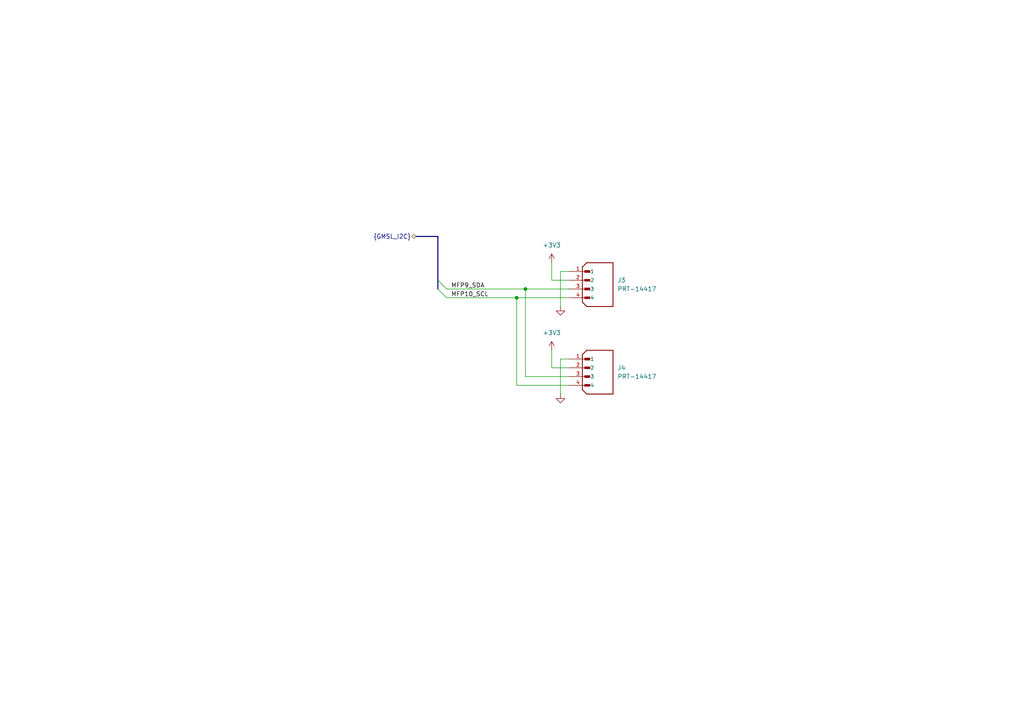
<source format=kicad_sch>
(kicad_sch (version 20231120) (generator "eeschema") (generator_version "8.0")
  (paper "A4")
  (lib_symbols
    (symbol "power:+3.3V" (power) (pin_numbers hide) (pin_names (offset 0) hide)
      (property "Value" "+3.3V" (at 0 3.556 0))
      (symbol "+3.3V_0_1"
        (polyline (pts (xy -0.762 1.27) (xy 0 2.54)))
        (polyline (pts (xy 0 0) (xy 0 2.54)))
        (polyline (pts (xy 0 2.54) (xy 0.762 1.27)))
      )
      (symbol "+3.3V_1_1"
        (pin power_in line (at 0 0 90) (length 0) (name "~") (number "1"))
      )
    )
    (symbol "power:GND" (power) (pin_numbers hide) (pin_names (offset 0) hide)
      (property "Value" "GND" (at 0 -3.81 0))
      (symbol "GND_0_1"
        (polyline (pts (xy 0 0) (xy 0 -1.27) (xy 1.27 -1.27) (xy 0 -2.54) (xy -1.27 -1.27) (xy 0 -1.27)))
      )
      (symbol "GND_1_1"
        (pin power_in line (at 0 0 270) (length 0) (name "~") (number "1"))
      )
    )
    (symbol "user:PRT-14417" (pin_names (offset 1.016))
      (property "Reference" "J" (at -2.54 8.382 0))
      (property "Value" "PRT-14417" (at -2.54 -7.62 0))
      (symbol "PRT-14417_0_0"
        (rectangle (start -3.175 -2.8575) (end -1.5875 -2.2225) (stroke (width 0.1)) (fill (type outline)))
        (rectangle (start -3.175 -0.3175) (end -1.5875 0.3175) (stroke (width 0.1)) (fill (type outline)))
        (rectangle (start -3.175 2.2225) (end -1.5875 2.8575) (stroke (width 0.1)) (fill (type outline)))
        (rectangle (start -3.175 4.7625) (end -1.5875 5.3975) (stroke (width 0.1)) (fill (type outline)))
        (polyline (pts (xy -3.81 -3.81) (xy -2.54 -5.08)) (stroke (width 0.254)))
        (polyline (pts (xy -3.81 6.35) (xy -3.81 -3.81)) (stroke (width 0.254)))
        (polyline (pts (xy -3.81 6.35) (xy -2.54 7.62)) (stroke (width 0.254)))
        (polyline (pts (xy -2.54 -5.08) (xy 5.08 -5.08)) (stroke (width 0.254)))
        (polyline (pts (xy 5.08 -5.08) (xy 5.08 7.62)) (stroke (width 0.254)))
        (polyline (pts (xy 5.08 7.62) (xy -2.54 7.62)) (stroke (width 0.254)))
        (pin passive line (at -7.62 5.08 0) (length 5.08) (name "1") (number "1"))
        (pin passive line (at -7.62 2.54 0) (length 5.08) (name "2") (number "2"))
        (pin passive line (at -7.62 0 0) (length 5.08) (name "3") (number "3"))
        (pin passive line (at -7.62 -2.54 0) (length 5.08) (name "4") (number "4"))
      )
    )
  )
  (junction (at 152.4 83.82))
  (junction (at 149.86 86.36))
  (bus_entry (at 127 83.82) (size 2.54 2.54))
  (bus_entry (at 127 81.28) (size 2.54 2.54))
  (wire (pts (xy 152.4 109.22) (xy 152.4 83.82)))
  (wire (pts (xy 129.54 86.36) (xy 149.86 86.36)))
  (wire (pts (xy 162.56 78.74) (xy 162.56 88.9)))
  (wire (pts (xy 160.02 101.6) (xy 160.02 106.68)))
  (wire (pts (xy 152.4 83.82) (xy 165.1 83.82)))
  (wire (pts (xy 165.1 81.28) (xy 160.02 81.28)))
  (wire (pts (xy 160.02 106.68) (xy 165.1 106.68)))
  (wire (pts (xy 162.56 104.14) (xy 162.56 114.3)))
  (wire (pts (xy 165.1 111.76) (xy 149.86 111.76)))
  (bus (pts (xy 120.65 68.58) (xy 127 68.58)))
  (wire (pts (xy 165.1 104.14) (xy 162.56 104.14)))
  (bus (pts (xy 127 81.28) (xy 127 83.82)))
  (wire (pts (xy 149.86 111.76) (xy 149.86 86.36)))
  (wire (pts (xy 129.54 83.82) (xy 152.4 83.82)))
  (wire (pts (xy 165.1 78.74) (xy 162.56 78.74)))
  (bus (pts (xy 127 68.58) (xy 127 81.28)))
  (wire (pts (xy 165.1 109.22) (xy 152.4 109.22)))
  (wire (pts (xy 149.86 86.36) (xy 165.1 86.36)))
  (wire (pts (xy 160.02 81.28) (xy 160.02 76.2)))
  (label "MFP9_SDA" (at 130.81 83.82 0))
  (label "MFP10_SCL" (at 130.81 86.36 0))
  (hierarchical_label "{GMSL_I2C}" (shape bidirectional) (at 120.65 68.58 180))
  (symbol (lib_id "power:+3.3V") (at 160.02 76.2 0) (unit 1)
    (property "Reference" "#PWR048" (effects (hide yes)))
    (property "Value" "+3V3" (at 160.02 71.12 0))
    (property "Description" "Power symbol creates a global label with name \"+3.3V\"" (effects (hide yes)))
  )
  (symbol (lib_id "power:+3.3V") (at 160.02 101.6 0) (unit 1)
    (property "Reference" "#PWR050" (effects (hide yes)))
    (property "Value" "+3V3" (at 160.02 96.52 0))
    (property "Description" "Power symbol creates a global label with name \"+3.3V\"" (effects (hide yes)))
  )
  (symbol (lib_id "user:PRT-14417") (at 172.72 83.82 0) (unit 1)
    (property "Reference" "J3" (at 179.07 81.2799 0) (effects (justify left)))
    (property "Value" "PRT-14417" (at 179.07 83.8199 0) (effects (justify left)))
    (property "Footprint" "user:SPARKFUN_PRT-14417" (effects (hide yes)))
    (property "Description_1" "\nQWIIC JST CONNECTOR - SMD 4-PIN\n" (effects (hide yes)))
  )
  (symbol (lib_id "user:PRT-14417") (at 172.72 109.22 0) (unit 1)
    (property "Reference" "J4" (at 179.07 106.6799 0) (effects (justify left)))
    (property "Value" "PRT-14417" (at 179.07 109.2199 0) (effects (justify left)))
    (property "Footprint" "user:SPARKFUN_PRT-14417" (effects (hide yes)))
    (property "Description_1" "\nQWIIC JST CONNECTOR - SMD 4-PIN\n" (effects (hide yes)))
  )
  (symbol (lib_id "power:GND") (at 162.56 88.9 0) (unit 1)
    (property "Reference" "#PWR049" (effects (hide yes)))
    (property "Value" "GND" (effects (hide yes)))
    (property "Description" "Power symbol creates a global label with name \"GND\" , ground" (effects (hide yes)))
  )
  (symbol (lib_id "power:GND") (at 162.56 114.3 0) (unit 1)
    (property "Reference" "#PWR051" (effects (hide yes)))
    (property "Value" "GND" (effects (hide yes)))
    (property "Description" "Power symbol creates a global label with name \"GND\" , ground" (effects (hide yes)))
  )
)
</source>
